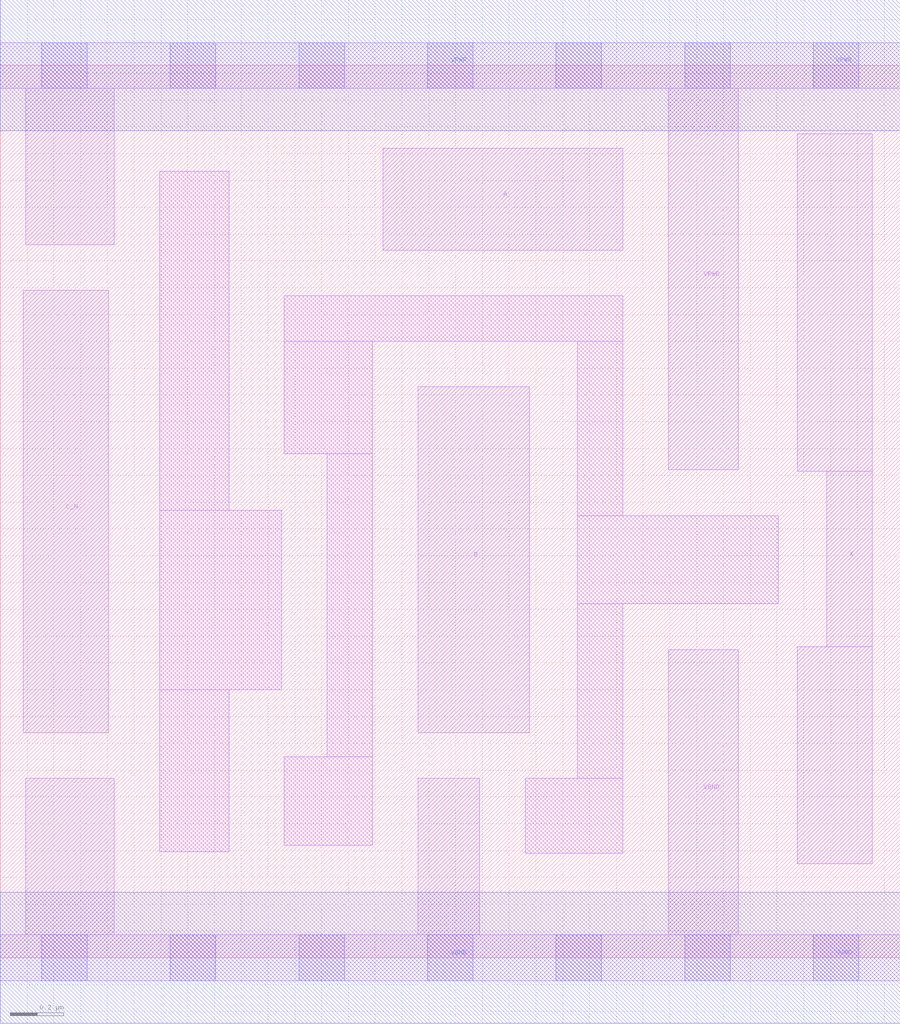
<source format=lef>
# Copyright 2020 The SkyWater PDK Authors
#
# Licensed under the Apache License, Version 2.0 (the "License");
# you may not use this file except in compliance with the License.
# You may obtain a copy of the License at
#
#     https://www.apache.org/licenses/LICENSE-2.0
#
# Unless required by applicable law or agreed to in writing, software
# distributed under the License is distributed on an "AS IS" BASIS,
# WITHOUT WARRANTIES OR CONDITIONS OF ANY KIND, either express or implied.
# See the License for the specific language governing permissions and
# limitations under the License.
#
# SPDX-License-Identifier: Apache-2.0

VERSION 5.7 ;
  NAMESCASESENSITIVE ON ;
  NOWIREEXTENSIONATPIN ON ;
  DIVIDERCHAR "/" ;
  BUSBITCHARS "[]" ;
UNITS
  DATABASE MICRONS 200 ;
END UNITS
MACRO sky130_fd_sc_lp__or3b_1
  CLASS CORE ;
  SOURCE USER ;
  FOREIGN sky130_fd_sc_lp__or3b_1 ;
  ORIGIN  0.000000  0.000000 ;
  SIZE  3.360000 BY  3.330000 ;
  SYMMETRY X Y R90 ;
  SITE unit ;
  PIN A
    ANTENNAGATEAREA  0.126000 ;
    DIRECTION INPUT ;
    USE SIGNAL ;
    PORT
      LAYER li1 ;
        RECT 1.430000 2.640000 2.325000 3.020000 ;
    END
  END A
  PIN B
    ANTENNAGATEAREA  0.126000 ;
    DIRECTION INPUT ;
    USE SIGNAL ;
    PORT
      LAYER li1 ;
        RECT 1.560000 0.840000 1.975000 2.130000 ;
    END
  END B
  PIN C_N
    ANTENNAGATEAREA  0.126000 ;
    DIRECTION INPUT ;
    USE SIGNAL ;
    PORT
      LAYER li1 ;
        RECT 0.085000 0.840000 0.405000 2.490000 ;
    END
  END C_N
  PIN X
    ANTENNADIFFAREA  0.556500 ;
    DIRECTION OUTPUT ;
    USE SIGNAL ;
    PORT
      LAYER li1 ;
        RECT 2.975000 0.350000 3.255000 1.160000 ;
        RECT 2.975000 1.815000 3.255000 3.075000 ;
        RECT 3.085000 1.160000 3.255000 1.815000 ;
    END
  END X
  PIN VGND
    DIRECTION INOUT ;
    USE GROUND ;
    PORT
      LAYER li1 ;
        RECT 0.000000 -0.085000 3.360000 0.085000 ;
        RECT 0.095000  0.085000 0.425000 0.670000 ;
        RECT 1.560000  0.085000 1.790000 0.670000 ;
        RECT 2.495000  0.085000 2.755000 1.150000 ;
      LAYER mcon ;
        RECT 0.155000 -0.085000 0.325000 0.085000 ;
        RECT 0.635000 -0.085000 0.805000 0.085000 ;
        RECT 1.115000 -0.085000 1.285000 0.085000 ;
        RECT 1.595000 -0.085000 1.765000 0.085000 ;
        RECT 2.075000 -0.085000 2.245000 0.085000 ;
        RECT 2.555000 -0.085000 2.725000 0.085000 ;
        RECT 3.035000 -0.085000 3.205000 0.085000 ;
      LAYER met1 ;
        RECT 0.000000 -0.245000 3.360000 0.245000 ;
    END
  END VGND
  PIN VPWR
    DIRECTION INOUT ;
    USE POWER ;
    PORT
      LAYER li1 ;
        RECT 0.000000 3.245000 3.360000 3.415000 ;
        RECT 0.095000 2.660000 0.425000 3.245000 ;
        RECT 2.495000 1.820000 2.755000 3.245000 ;
      LAYER mcon ;
        RECT 0.155000 3.245000 0.325000 3.415000 ;
        RECT 0.635000 3.245000 0.805000 3.415000 ;
        RECT 1.115000 3.245000 1.285000 3.415000 ;
        RECT 1.595000 3.245000 1.765000 3.415000 ;
        RECT 2.075000 3.245000 2.245000 3.415000 ;
        RECT 2.555000 3.245000 2.725000 3.415000 ;
        RECT 3.035000 3.245000 3.205000 3.415000 ;
      LAYER met1 ;
        RECT 0.000000 3.085000 3.360000 3.575000 ;
    END
  END VPWR
  OBS
    LAYER li1 ;
      RECT 0.595000 0.395000 0.855000 1.000000 ;
      RECT 0.595000 1.000000 1.050000 1.670000 ;
      RECT 0.595000 1.670000 0.855000 2.935000 ;
      RECT 1.060000 0.420000 1.390000 0.750000 ;
      RECT 1.060000 1.880000 1.390000 2.300000 ;
      RECT 1.060000 2.300000 2.325000 2.470000 ;
      RECT 1.220000 0.750000 1.390000 1.880000 ;
      RECT 1.960000 0.390000 2.325000 0.670000 ;
      RECT 2.155000 0.670000 2.325000 1.320000 ;
      RECT 2.155000 1.320000 2.905000 1.650000 ;
      RECT 2.155000 1.650000 2.325000 2.300000 ;
  END
END sky130_fd_sc_lp__or3b_1

</source>
